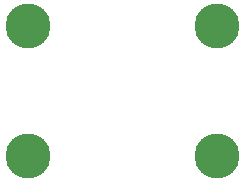
<source format=gbs>
%TF.GenerationSoftware,KiCad,Pcbnew,8.0.7*%
%TF.CreationDate,2026-01-14T12:01:29-08:00*%
%TF.ProjectId,3V3-500mA,3356332d-3530-4306-9d41-2e6b69636164,rev?*%
%TF.SameCoordinates,Original*%
%TF.FileFunction,Soldermask,Bot*%
%TF.FilePolarity,Negative*%
%FSLAX46Y46*%
G04 Gerber Fmt 4.6, Leading zero omitted, Abs format (unit mm)*
G04 Created by KiCad (PCBNEW 8.0.7) date 2026-01-14 12:01:29*
%MOMM*%
%LPD*%
G01*
G04 APERTURE LIST*
%ADD10C,3.800000*%
G04 APERTURE END LIST*
D10*
%TO.C,H4*%
X216000000Y-84000000D03*
%TD*%
%TO.C,H3*%
X200000000Y-84000000D03*
%TD*%
%TO.C,H2*%
X200000000Y-95000000D03*
%TD*%
%TO.C,H1*%
X216000000Y-95000000D03*
%TD*%
M02*

</source>
